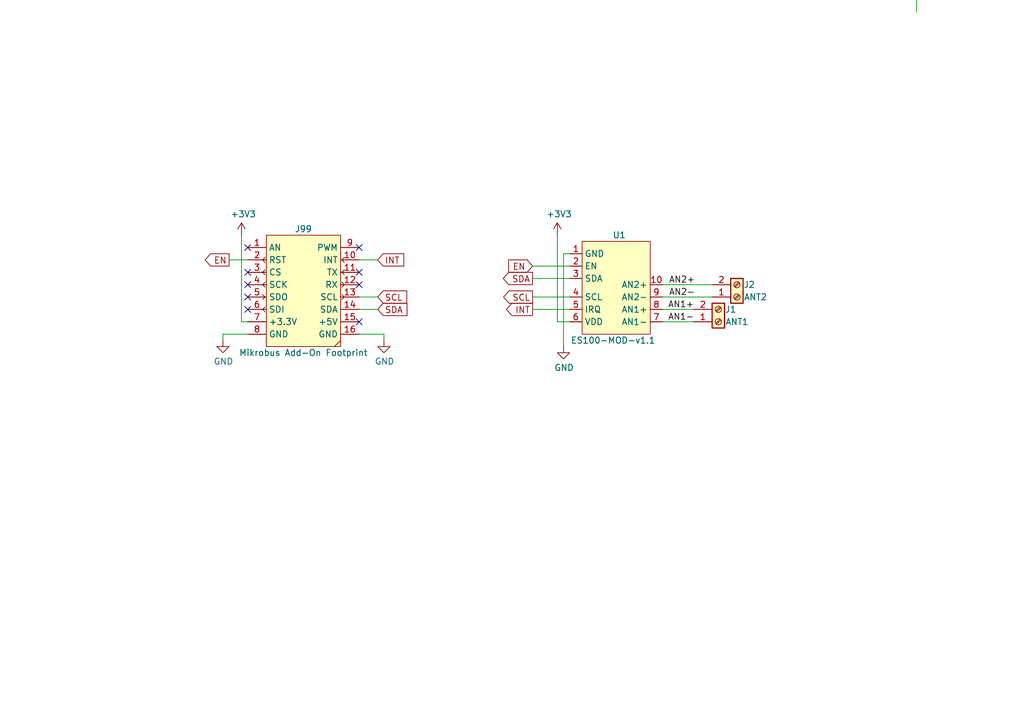
<source format=kicad_sch>
(kicad_sch (version 20211123) (generator eeschema)
  (paper "A5")
  (title_block (title "mikrobus ES100-MOD Module") (date "2024-02-14") (rev "1.0") (company "M Lange") (comment 2 "https://git.erroraccessdenied.com") (comment 3 "https://erroraccessdenied.com") (comment 4 "License: CC BY-SA 4.0"))
  (lib_symbols
    (symbol "Connector:Screw_Terminal_01x02" (pin_names (offset 1.016) hide)
      (property "Reference" "J" (at 0 2.54 0))
      (property "Value" "Screw_Terminal_01x02" (at 0 -5.08 0))
      (symbol "Screw_Terminal_01x02_1_1"
        (rectangle (start -1.27 1.27) (end 1.27 -3.81) (stroke (width 0.254)) (fill (type background)))
        (circle (center 0 -2.54) (radius 0.635) (stroke (width 0.1524)))
        (polyline (pts (xy -0.5334 -2.2098) (xy 0.3302 -3.048)) (stroke (width 0.1524)))
        (polyline (pts (xy -0.5334 0.3302) (xy 0.3302 -0.508)) (stroke (width 0.1524)))
        (polyline (pts (xy -0.3556 -2.032) (xy 0.508 -2.8702)) (stroke (width 0.1524)))
        (polyline (pts (xy -0.3556 0.508) (xy 0.508 -0.3302)) (stroke (width 0.1524)))
        (circle (center 0 0) (radius 0.635) (stroke (width 0.1524)))
        (pin passive line (at -5.08 0 0) (length 3.81) (name "Pin_1") (number "1"))
        (pin passive line (at -5.08 -2.54 0) (length 3.81) (name "Pin_2") (number "2"))
      )
    )
    (symbol "ml-symbols:ES100-MOD-v1.1"
      (property "Reference" "U" (at 0 3.81 0))
      (property "Value" "ES100-MOD-v1.1" (at 0 1.27 0))
      (symbol "ES100-MOD-v1.1_0_0"
        (pin power_in line (at -2.54 -2.54 0) (length 2.54) (name "GND") (number "1"))
        (pin passive line (at 16.51 -8.89 180) (length 2.54) (name "AN2+") (number "10"))
        (pin input line (at -2.54 -5.08 0) (length 2.54) (name "EN") (number "2"))
        (pin bidirectional line (at -2.54 -7.62 0) (length 2.54) (name "SDA") (number "3"))
        (pin input line (at -2.54 -11.43 0) (length 2.54) (name "SCL") (number "4"))
        (pin output line (at -2.54 -13.97 0) (length 2.54) (name "IRQ") (number "5"))
        (pin power_in line (at -2.54 -16.51 0) (length 2.54) (name "VDD") (number "6"))
        (pin passive line (at 16.51 -16.51 180) (length 2.54) (name "AN1-") (number "7"))
        (pin passive line (at 16.51 -13.97 180) (length 2.54) (name "AN1+") (number "8"))
        (pin passive line (at 16.51 -11.43 180) (length 2.54) (name "AN2-") (number "9"))
      )
      (symbol "ES100-MOD-v1.1_0_1"
        (rectangle (start 0 0) (end 13.97 -19.05) (stroke (width 0.1524)) (fill (type background)))
      )
    )
    (symbol "ml-symbols:mikrobus-add-on"
      (property "Reference" "U" (at 0 1.905 0))
      (property "Value" "mikrobus-add-on" (at 0 0 0))
      (symbol "mikrobus-add-on_0_0"
        (pin passive line (at -11.43 -3.81 0) (length 3.81) (name "AN") (number "1"))
        (pin input line (at 11.43 -6.35 180) (length 3.81) (name "INT") (number "10"))
        (pin input line (at 11.43 -8.89 180) (length 3.81) (name "TX") (number "11"))
        (pin output line (at 11.43 -11.43 180) (length 3.81) (name "RX") (number "12"))
        (pin output line (at 11.43 -13.97 180) (length 3.81) (name "SCL") (number "13"))
        (pin bidirectional line (at 11.43 -16.51 180) (length 3.81) (name "SDA") (number "14"))
        (pin power_in line (at 11.43 -19.05 180) (length 3.81) (name "+5V") (number "15"))
        (pin power_in line (at 11.43 -21.59 180) (length 3.81) (name "GND") (number "16"))
        (pin output line (at -11.43 -6.35 0) (length 3.81) (name "RST") (number "2"))
        (pin output line (at -11.43 -8.89 0) (length 3.81) (name "CS") (number "3"))
        (pin output line (at -11.43 -11.43 0) (length 3.81) (name "SCK") (number "4"))
        (pin input line (at -11.43 -13.97 0) (length 3.81) (name "SDO") (number "5"))
        (pin output line (at -11.43 -16.51 0) (length 3.81) (name "SDI") (number "6"))
        (pin power_in line (at -11.43 -19.05 0) (length 3.81) (name "+3.3V") (number "7"))
        (pin power_in line (at -11.43 -21.59 0) (length 3.81) (name "GND") (number "8"))
        (pin bidirectional line (at 11.43 -3.81 180) (length 3.81) (name "PWM") (number "9"))
      )
      (symbol "mikrobus-add-on_0_1"
        (rectangle (start -7.62 -1.27) (end 7.62 -24.13) (stroke (width 0.1524)) (fill (type background)))
        (polyline (pts (xy 6.35 -24.13) (xy 7.62 -22.86)) (stroke (width 0.1524)))
        (polyline (pts (xy -8.382 -13.462) (xy -7.874 -13.97) (xy -8.382 -14.478)) (stroke (width 0.1524)))
        (polyline (pts (xy -7.874 -16.002) (xy -8.382 -16.51) (xy -7.874 -17.018)) (stroke (width 0.1524)))
        (polyline (pts (xy -7.874 -10.922) (xy -8.382 -11.43) (xy -7.874 -11.938)) (stroke (width 0.1524)))
        (polyline (pts (xy -7.874 -8.382) (xy -8.382 -8.89) (xy -7.874 -9.398)) (stroke (width 0.1524)))
        (polyline (pts (xy -7.874 -5.842) (xy -8.382 -6.35) (xy -7.874 -6.858)) (stroke (width 0.1524)))
        (polyline (pts (xy 7.874 -13.462) (xy 8.382 -13.97) (xy 7.874 -14.478)) (stroke (width 0.1524)))
        (polyline (pts (xy 7.874 -10.922) (xy 8.382 -11.43) (xy 7.874 -11.938)) (stroke (width 0.1524)))
        (polyline (pts (xy 8.382 -8.382) (xy 7.874 -8.89) (xy 8.382 -9.398)) (stroke (width 0.1524)))
        (polyline (pts (xy 8.382 -5.842) (xy 7.874 -6.35) (xy 8.382 -6.858)) (stroke (width 0.1524)))
      )
    )
    (symbol "power:+3V3" (power) (pin_names (offset 0))
      (property "Value" "+3V3" (at 0 3.556 0))
      (symbol "+3V3_0_1"
        (polyline (pts (xy -0.762 1.27) (xy 0 2.54)))
        (polyline (pts (xy 0 0) (xy 0 2.54)))
        (polyline (pts (xy 0 2.54) (xy 0.762 1.27)))
      )
      (symbol "+3V3_1_1"
        (pin power_in line (at 0 0 90) (length 0) hide (name "+3V3") (number "1"))
      )
    )
    (symbol "power:GND" (power) (pin_names (offset 0))
      (property "Value" "GND" (at 0 -3.81 0))
      (symbol "GND_0_1"
        (polyline (pts (xy 0 0) (xy 0 -1.27) (xy 1.27 -1.27) (xy 0 -2.54) (xy -1.27 -1.27) (xy 0 -1.27)))
      )
      (symbol "GND_1_1"
        (pin power_in line (at 0 0 270) (length 0) hide (name "GND") (number "1"))
      )
    )
  )
  (no_connect (at 73.66 66.04))
  (no_connect (at 73.66 50.8))
  (no_connect (at 50.8 58.42))
  (no_connect (at 50.8 55.88))
  (no_connect (at 50.8 60.96))
  (no_connect (at 50.8 50.8))
  (no_connect (at 50.8 63.5))
  (no_connect (at 73.66 55.88))
  (no_connect (at 73.66 58.42))
  (wire (pts (xy 50.8 66.04) (xy 49.53 66.04)))
  (wire (pts (xy 46.99 53.34) (xy 50.8 53.34)))
  (wire (pts (xy 114.3 48.26) (xy 114.3 66.04)))
  (wire (pts (xy 78.74 68.58) (xy 78.74 69.85)))
  (wire (pts (xy 77.47 63.5) (xy 73.66 63.5)))
  (wire (pts (xy 116.84 66.04) (xy 114.3 66.04)))
  (wire (pts (xy 135.89 66.04) (xy 142.24 66.04)))
  (wire (pts (xy 45.72 68.58) (xy 50.8 68.58)))
  (wire (pts (xy 77.47 53.34) (xy 73.66 53.34)))
  (wire (pts (xy 135.89 60.96) (xy 146.05 60.96)))
  (wire (pts (xy 45.72 68.58) (xy 45.72 69.85)))
  (wire (pts (xy 135.89 63.5) (xy 142.24 63.5)))
  (wire (pts (xy 109.22 63.5) (xy 116.84 63.5)))
  (wire (pts (xy 115.57 52.07) (xy 115.57 71.12)))
  (wire (pts (xy 78.74 68.58) (xy 73.66 68.58)))
  (wire (pts (xy 109.22 60.96) (xy 116.84 60.96)))
  (wire (pts (xy 116.84 52.07) (xy 115.57 52.07)))
  (wire (pts (xy 77.47 60.96) (xy 73.66 60.96)))
  (wire (pts (xy 187.96 2.54) (xy 187.96 0)))
  (wire (pts (xy 109.22 57.15) (xy 116.84 57.15)))
  (wire (pts (xy 109.22 54.61) (xy 116.84 54.61)))
  (wire (pts (xy 135.89 58.42) (xy 146.05 58.42)))
  (wire (pts (xy 49.53 48.26) (xy 49.53 66.04)))
  (label "AN2-" (at 137.16 60.96 0))
  (label "AN1-" (at 136.9754 66.04 0))
  (label "AN2+" (at 137.16 58.42 0))
  (label "AN1+" (at 136.9754 63.5 0))
  (global_label "INT" (shape output) (at 109.22 63.5 180) (property "Intersheet References" "${INTERSHEET_REFS}" (effects hide)))
  (global_label "INT" (shape input) (at 77.47 53.34 0) (property "Intersheet References" "${INTERSHEET_REFS}" (effects hide)))
  (global_label "SDA" (shape output) (at 109.22 57.15 180) (property "Intersheet References" "${INTERSHEET_REFS}" (effects hide)))
  (global_label "SCL" (shape input) (at 77.47 60.96 0) (property "Intersheet References" "${INTERSHEET_REFS}" (effects hide)))
  (global_label "SCL" (shape output) (at 109.22 60.96 180) (property "Intersheet References" "${INTERSHEET_REFS}" (effects hide)))
  (global_label "EN" (shape input) (at 109.22 54.61 180) (property "Intersheet References" "${INTERSHEET_REFS}" (effects hide)))
  (global_label "EN" (shape output) (at 46.99 53.34 180) (property "Intersheet References" "${INTERSHEET_REFS}" (effects hide)))
  (global_label "SDA" (shape input) (at 77.47 63.5 0) (property "Intersheet References" "${INTERSHEET_REFS}" (effects hide)))
  (symbol (lib_id "ml-symbols:mikrobus-add-on") (at 62.23 46.99 0) (unit 1)
    (property "Reference" "J99" (at 62.23 46.99 0))
    (property "Value" "Mikrobus Add-On Footprint" (at 62.23 72.39 0))
    (property "Footprint" "ml-symbols:mikrobus-small" (effects hide))
    (property "Datasheet" "https://www.mikroe.com/mikrobus" (effects hide))
  )
  (symbol (lib_id "power:GND") (at 115.57 71.12 0) (unit 1)
    (property "Reference" "#PWR0101" (effects hide))
    (property "Value" "GND" (at 115.6843 75.4444 0))
  )
  (symbol (lib_id "power:+3V3") (at 114.3 48.26 0) (unit 1)
    (property "Reference" "#PWR0103" (effects hide))
    (property "Value" "+3V3" (at 114.6683 43.9356 0))
  )
  (symbol (lib_id "power:+3V3") (at 49.53 48.26 0) (unit 1)
    (property "Reference" "#PWR022" (effects hide))
    (property "Value" "+3V3" (at 49.8983 43.9356 0))
  )
  (symbol (lib_id "ml-symbols:ES100-MOD-v1.1") (at 119.38 49.53 0) (unit 1)
    (property "Reference" "U1" (at 127 48.26 0))
    (property "Value" "ES100-MOD-v1.1" (at 125.73 69.85 0))
    (property "Footprint" "ml-symbols:ES100-MOD" (effects hide))
    (property "Datasheet" "https://universal-solder.ca/downloads/EverSet_ES100-MOD_V1.1.pdf" (effects hide))
  )
  (symbol (lib_id "Connector:Screw_Terminal_01x02") (at 147.32 66.04 0) (mirror x) (unit 1)
    (property "Reference" "J1" (at 149.86 63.5 0))
    (property "Value" "ANT1" (at 151.13 66.04 0))
    (property "Footprint" "TerminalBlock_TE-Connectivity:TerminalBlock_TE_282834-2_1x02_P2.54mm_Horizontal" (effects hide))
  )
  (symbol (lib_id "power:GND") (at 78.74 69.85 0) (unit 1)
    (property "Reference" "#PWR0105" (effects hide))
    (property "Value" "GND" (at 78.8543 74.1744 0))
  )
  (symbol (lib_id "Connector:Screw_Terminal_01x02") (at 151.13 60.96 0) (mirror x) (unit 1)
    (property "Reference" "J2" (at 153.67 58.42 0))
    (property "Value" "ANT2" (at 154.94 60.96 0))
    (property "Footprint" "TerminalBlock_TE-Connectivity:TerminalBlock_TE_282834-2_1x02_P2.54mm_Horizontal" (effects hide))
  )
  (symbol (lib_id "power:GND") (at 45.72 69.85 0) (unit 1)
    (property "Reference" "#PWR024" (effects hide))
    (property "Value" "GND" (at 45.8343 74.1744 0))
  )
)
</source>
